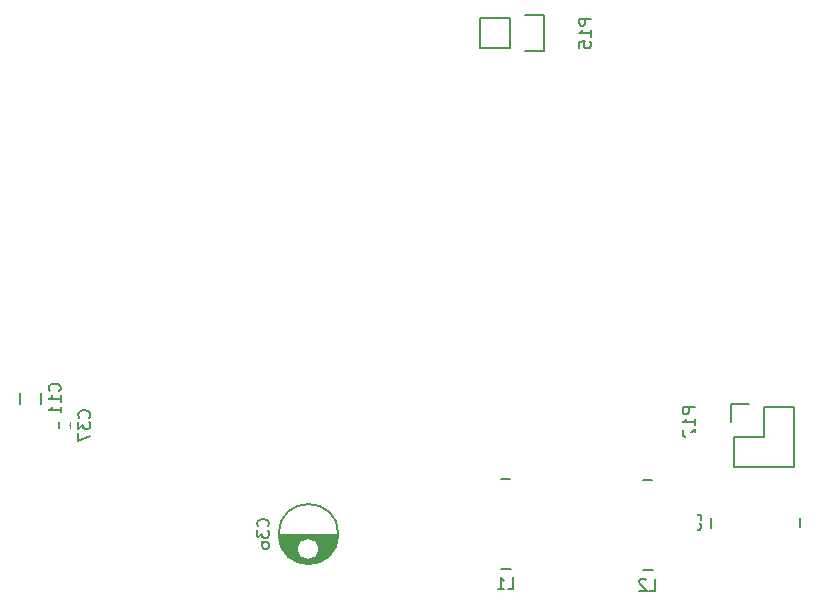
<source format=gbo>
G04 #@! TF.FileFunction,Legend,Bot*
%FSLAX46Y46*%
G04 Gerber Fmt 4.6, Leading zero omitted, Abs format (unit mm)*
G04 Created by KiCad (PCBNEW 4.0.2-stable) date 08/11/2016 15:47:43*
%MOMM*%
G01*
G04 APERTURE LIST*
%ADD10C,0.100000*%
%ADD11C,0.150000*%
%ADD12R,1.400000X1.400000*%
%ADD13C,1.400000*%
%ADD14R,2.127200X2.432000*%
%ADD15O,2.127200X2.432000*%
%ADD16R,1.700000X1.700000*%
%ADD17C,1.700000*%
%ADD18C,4.464000*%
%ADD19R,2.432000X2.127200*%
%ADD20O,2.432000X2.127200*%
%ADD21R,1.650000X1.400000*%
%ADD22R,3.399740X7.900620*%
%ADD23R,7.900620X3.399740*%
%ADD24R,2.432000X2.432000*%
%ADD25O,2.432000X2.432000*%
%ADD26R,2.127200X2.127200*%
%ADD27O,2.127200X2.127200*%
%ADD28C,1.400760*%
%ADD29R,0.900000X1.000000*%
G04 APERTURE END LIST*
D10*
D11*
X44182400Y-127262000D02*
X44182400Y-128262000D01*
X42482400Y-128262000D02*
X42482400Y-127262000D01*
X83167220Y-134566660D02*
X83964780Y-134566660D01*
X83167220Y-142166340D02*
X84015580Y-142166340D01*
X95168720Y-134693660D02*
X95966280Y-134693660D01*
X95168720Y-142293340D02*
X96017080Y-142293340D01*
X108511340Y-137840720D02*
X108511340Y-138638280D01*
X100911660Y-137840720D02*
X100911660Y-138689080D01*
X64366500Y-139310500D02*
X69364500Y-139310500D01*
X64374500Y-139450500D02*
X69356500Y-139450500D01*
X64390500Y-139590500D02*
X66770500Y-139590500D01*
X66960500Y-139590500D02*
X69340500Y-139590500D01*
X64414500Y-139730500D02*
X66375500Y-139730500D01*
X67355500Y-139730500D02*
X69316500Y-139730500D01*
X64447500Y-139870500D02*
X66208500Y-139870500D01*
X67522500Y-139870500D02*
X69283500Y-139870500D01*
X64488500Y-140010500D02*
X66101500Y-140010500D01*
X67629500Y-140010500D02*
X69242500Y-140010500D01*
X64538500Y-140150500D02*
X66030500Y-140150500D01*
X67700500Y-140150500D02*
X69192500Y-140150500D01*
X64599500Y-140290500D02*
X65986500Y-140290500D01*
X67744500Y-140290500D02*
X69131500Y-140290500D01*
X64669500Y-140430500D02*
X65967500Y-140430500D01*
X67763500Y-140430500D02*
X69061500Y-140430500D01*
X64751500Y-140570500D02*
X65969500Y-140570500D01*
X67761500Y-140570500D02*
X68979500Y-140570500D01*
X64846500Y-140710500D02*
X65994500Y-140710500D01*
X67736500Y-140710500D02*
X68884500Y-140710500D01*
X64957500Y-140850500D02*
X66042500Y-140850500D01*
X67688500Y-140850500D02*
X68773500Y-140850500D01*
X65085500Y-140990500D02*
X66120500Y-140990500D01*
X67610500Y-140990500D02*
X68645500Y-140990500D01*
X65234500Y-141130500D02*
X66237500Y-141130500D01*
X67493500Y-141130500D02*
X68496500Y-141130500D01*
X65413500Y-141270500D02*
X66425500Y-141270500D01*
X67305500Y-141270500D02*
X68317500Y-141270500D01*
X65632500Y-141410500D02*
X68098500Y-141410500D01*
X65921500Y-141550500D02*
X67809500Y-141550500D01*
X66393500Y-141690500D02*
X67337500Y-141690500D01*
X67765500Y-140485500D02*
G75*
G03X67765500Y-140485500I-900000J0D01*
G01*
X69403000Y-139235500D02*
G75*
G03X69403000Y-139235500I-2537500J0D01*
G01*
X104203500Y-128180500D02*
X102653500Y-128180500D01*
X102653500Y-129730500D02*
X102653500Y-128180500D01*
X105473500Y-128460500D02*
X105473500Y-131000500D01*
X105473500Y-131000500D02*
X102933500Y-131000500D01*
X102933500Y-131000500D02*
X102933500Y-133540500D01*
X102933500Y-133540500D02*
X108013500Y-133540500D01*
X108013500Y-133540500D02*
X108013500Y-128460500D01*
X108013500Y-128460500D02*
X105473500Y-128460500D01*
X46703000Y-129772600D02*
X46703000Y-130272600D01*
X45753000Y-130272600D02*
X45753000Y-129772600D01*
X83972400Y-95554800D02*
X81432400Y-95554800D01*
X86792400Y-95274800D02*
X85242400Y-95274800D01*
X83972400Y-95554800D02*
X83972400Y-98094800D01*
X85242400Y-98374800D02*
X86792400Y-98374800D01*
X86792400Y-98374800D02*
X86792400Y-95274800D01*
X83972400Y-98094800D02*
X81432400Y-98094800D01*
X81432400Y-98094800D02*
X81432400Y-95554800D01*
X45789543Y-127119143D02*
X45837162Y-127071524D01*
X45884781Y-126928667D01*
X45884781Y-126833429D01*
X45837162Y-126690571D01*
X45741924Y-126595333D01*
X45646686Y-126547714D01*
X45456210Y-126500095D01*
X45313352Y-126500095D01*
X45122876Y-126547714D01*
X45027638Y-126595333D01*
X44932400Y-126690571D01*
X44884781Y-126833429D01*
X44884781Y-126928667D01*
X44932400Y-127071524D01*
X44980019Y-127119143D01*
X45884781Y-128071524D02*
X45884781Y-127500095D01*
X45884781Y-127785809D02*
X44884781Y-127785809D01*
X45027638Y-127690571D01*
X45122876Y-127595333D01*
X45170495Y-127500095D01*
X45884781Y-129023905D02*
X45884781Y-128452476D01*
X45884781Y-128738190D02*
X44884781Y-128738190D01*
X45027638Y-128642952D01*
X45122876Y-128547714D01*
X45170495Y-128452476D01*
X83732666Y-143898881D02*
X84208857Y-143898881D01*
X84208857Y-142898881D01*
X82875523Y-143898881D02*
X83446952Y-143898881D01*
X83161238Y-143898881D02*
X83161238Y-142898881D01*
X83256476Y-143041738D01*
X83351714Y-143136976D01*
X83446952Y-143184595D01*
X95734166Y-144025881D02*
X96210357Y-144025881D01*
X96210357Y-143025881D01*
X95448452Y-143121119D02*
X95400833Y-143073500D01*
X95305595Y-143025881D01*
X95067499Y-143025881D01*
X94972261Y-143073500D01*
X94924642Y-143121119D01*
X94877023Y-143216357D01*
X94877023Y-143311595D01*
X94924642Y-143454452D01*
X95496071Y-144025881D01*
X94877023Y-144025881D01*
X100083881Y-138072834D02*
X100083881Y-137596643D01*
X99083881Y-137596643D01*
X99083881Y-138310929D02*
X99083881Y-138929977D01*
X99464833Y-138596643D01*
X99464833Y-138739501D01*
X99512452Y-138834739D01*
X99560071Y-138882358D01*
X99655310Y-138929977D01*
X99893405Y-138929977D01*
X99988643Y-138882358D01*
X100036262Y-138834739D01*
X100083881Y-138739501D01*
X100083881Y-138453786D01*
X100036262Y-138358548D01*
X99988643Y-138310929D01*
X63422643Y-138592643D02*
X63470262Y-138545024D01*
X63517881Y-138402167D01*
X63517881Y-138306929D01*
X63470262Y-138164071D01*
X63375024Y-138068833D01*
X63279786Y-138021214D01*
X63089310Y-137973595D01*
X62946452Y-137973595D01*
X62755976Y-138021214D01*
X62660738Y-138068833D01*
X62565500Y-138164071D01*
X62517881Y-138306929D01*
X62517881Y-138402167D01*
X62565500Y-138545024D01*
X62613119Y-138592643D01*
X62517881Y-138925976D02*
X62517881Y-139545024D01*
X62898833Y-139211690D01*
X62898833Y-139354548D01*
X62946452Y-139449786D01*
X62994071Y-139497405D01*
X63089310Y-139545024D01*
X63327405Y-139545024D01*
X63422643Y-139497405D01*
X63470262Y-139449786D01*
X63517881Y-139354548D01*
X63517881Y-139068833D01*
X63470262Y-138973595D01*
X63422643Y-138925976D01*
X62517881Y-140402167D02*
X62517881Y-140211690D01*
X62565500Y-140116452D01*
X62613119Y-140068833D01*
X62755976Y-139973595D01*
X62946452Y-139925976D01*
X63327405Y-139925976D01*
X63422643Y-139973595D01*
X63470262Y-140021214D01*
X63517881Y-140116452D01*
X63517881Y-140306929D01*
X63470262Y-140402167D01*
X63422643Y-140449786D01*
X63327405Y-140497405D01*
X63089310Y-140497405D01*
X62994071Y-140449786D01*
X62946452Y-140402167D01*
X62898833Y-140306929D01*
X62898833Y-140116452D01*
X62946452Y-140021214D01*
X62994071Y-139973595D01*
X63089310Y-139925976D01*
X99555881Y-128516214D02*
X98555881Y-128516214D01*
X98555881Y-128897167D01*
X98603500Y-128992405D01*
X98651119Y-129040024D01*
X98746357Y-129087643D01*
X98889214Y-129087643D01*
X98984452Y-129040024D01*
X99032071Y-128992405D01*
X99079690Y-128897167D01*
X99079690Y-128516214D01*
X99555881Y-130040024D02*
X99555881Y-129468595D01*
X99555881Y-129754309D02*
X98555881Y-129754309D01*
X98698738Y-129659071D01*
X98793976Y-129563833D01*
X98841595Y-129468595D01*
X98651119Y-130420976D02*
X98603500Y-130468595D01*
X98555881Y-130563833D01*
X98555881Y-130801929D01*
X98603500Y-130897167D01*
X98651119Y-130944786D01*
X98746357Y-130992405D01*
X98841595Y-130992405D01*
X98984452Y-130944786D01*
X99555881Y-130373357D01*
X99555881Y-130992405D01*
X48285143Y-129379743D02*
X48332762Y-129332124D01*
X48380381Y-129189267D01*
X48380381Y-129094029D01*
X48332762Y-128951171D01*
X48237524Y-128855933D01*
X48142286Y-128808314D01*
X47951810Y-128760695D01*
X47808952Y-128760695D01*
X47618476Y-128808314D01*
X47523238Y-128855933D01*
X47428000Y-128951171D01*
X47380381Y-129094029D01*
X47380381Y-129189267D01*
X47428000Y-129332124D01*
X47475619Y-129379743D01*
X47380381Y-129713076D02*
X47380381Y-130332124D01*
X47761333Y-129998790D01*
X47761333Y-130141648D01*
X47808952Y-130236886D01*
X47856571Y-130284505D01*
X47951810Y-130332124D01*
X48189905Y-130332124D01*
X48285143Y-130284505D01*
X48332762Y-130236886D01*
X48380381Y-130141648D01*
X48380381Y-129855933D01*
X48332762Y-129760695D01*
X48285143Y-129713076D01*
X47380381Y-130665457D02*
X47380381Y-131332124D01*
X48380381Y-130903552D01*
X90794781Y-95610514D02*
X89794781Y-95610514D01*
X89794781Y-95991467D01*
X89842400Y-96086705D01*
X89890019Y-96134324D01*
X89985257Y-96181943D01*
X90128114Y-96181943D01*
X90223352Y-96134324D01*
X90270971Y-96086705D01*
X90318590Y-95991467D01*
X90318590Y-95610514D01*
X90794781Y-97134324D02*
X90794781Y-96562895D01*
X90794781Y-96848609D02*
X89794781Y-96848609D01*
X89937638Y-96753371D01*
X90032876Y-96658133D01*
X90080495Y-96562895D01*
X89794781Y-98039086D02*
X89794781Y-97562895D01*
X90270971Y-97515276D01*
X90223352Y-97562895D01*
X90175733Y-97658133D01*
X90175733Y-97896229D01*
X90223352Y-97991467D01*
X90270971Y-98039086D01*
X90366210Y-98086705D01*
X90604305Y-98086705D01*
X90699543Y-98039086D01*
X90747162Y-97991467D01*
X90794781Y-97896229D01*
X90794781Y-97658133D01*
X90747162Y-97562895D01*
X90699543Y-97515276D01*
%LPC*%
D12*
X52349400Y-101396800D03*
D13*
X53873400Y-101396800D03*
D14*
X56769000Y-140525500D03*
D15*
X59309000Y-140525500D03*
X61849000Y-140525500D03*
D16*
X99695000Y-131508500D03*
D17*
X97195000Y-131508500D03*
D18*
X112204500Y-140652500D03*
X112204500Y-96075500D03*
X27432000Y-96012000D03*
D19*
X27146000Y-103538000D03*
D20*
X27146000Y-106078000D03*
X27146000Y-108618000D03*
X27146000Y-111158000D03*
X27146000Y-113698000D03*
X27146000Y-116238000D03*
X27146000Y-118778000D03*
X27146000Y-121318000D03*
X27146000Y-123858000D03*
D21*
X43332400Y-128762000D03*
X43332400Y-126762000D03*
D16*
X109169200Y-123647200D03*
D17*
X109169200Y-126147200D03*
D16*
X111823500Y-132905500D03*
D17*
X111823500Y-135405500D03*
D22*
X81066640Y-138366500D03*
X86065360Y-138366500D03*
X93068140Y-138493500D03*
X98066860Y-138493500D03*
D23*
X104711500Y-135740140D03*
X104711500Y-140738860D03*
D14*
X52832000Y-140462000D03*
D15*
X50292000Y-140462000D03*
X47752000Y-140462000D03*
D14*
X43942000Y-140208000D03*
D15*
X41402000Y-140208000D03*
X38862000Y-140208000D03*
X36322000Y-140208000D03*
X33782000Y-140208000D03*
D24*
X104673400Y-114642900D03*
D25*
X107213400Y-114642900D03*
D12*
X101015800Y-117182900D03*
D13*
X101015800Y-114642900D03*
X101015800Y-112102900D03*
X101015800Y-109562900D03*
D24*
X112344200Y-105829100D03*
D25*
X112344200Y-108369100D03*
D26*
X97091500Y-120840500D03*
D27*
X99631500Y-120840500D03*
X97091500Y-123380500D03*
X99631500Y-123380500D03*
D28*
X48082200Y-97066100D03*
X48082200Y-95567500D03*
D16*
X66865500Y-137985500D03*
D17*
X66865500Y-140485500D03*
D18*
X27432000Y-140716000D03*
D24*
X103352600Y-123398280D03*
D25*
X103352600Y-120858280D03*
D26*
X104203500Y-129730500D03*
D27*
X104203500Y-132270500D03*
X106743500Y-129730500D03*
X106743500Y-132270500D03*
D24*
X27076400Y-135534400D03*
D25*
X29616400Y-135534400D03*
D24*
X104686100Y-110871000D03*
D25*
X107226100Y-110871000D03*
D12*
X97370900Y-117182900D03*
D13*
X97370900Y-114642900D03*
X97370900Y-112102900D03*
X97370900Y-109562900D03*
D29*
X46228000Y-130572600D03*
X46228000Y-129472600D03*
D24*
X85242400Y-96824800D03*
D25*
X82702400Y-96824800D03*
M02*

</source>
